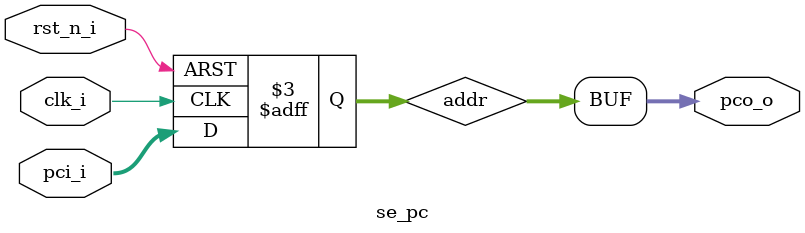
<source format=sv>
`timescale 1ns / 1ps

module se_pc (
    input logic [63:0] pci_i,
    output logic [63:0] pco_o,
    input logic rst_n_i,
    input logic clk_i
);
    
    logic [63:0] addr;  // stored address
    
    always_ff @(posedge clk_i or negedge rst_n_i) begin
        if (!rst_n_i)       // rst_n_i = 0 (active-low reset)
            addr <= 64'h0;  // Reset to zero 
        else 
            addr <= pci_i;  // store input address in addr 
    end
     
    assign pco_o = addr;  
    
endmodule

</source>
